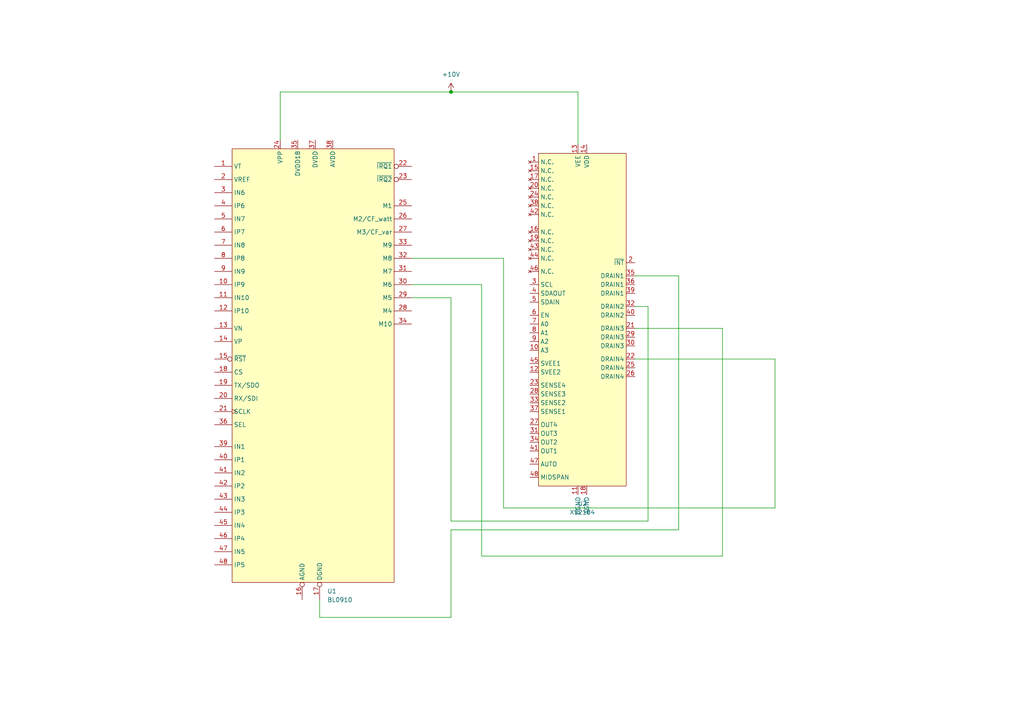
<source format=kicad_sch>
(kicad_sch (version 20231120) (generator "eeschema") (generator_version "8.0")
  (paper "A4")
  (lib_symbols
    (symbol "hw-02-lib:BL0910"
      (property "Reference" "U" (at 44.196 7.112 0))
      (property "Value" "BL0910" (at 46.99 4.318 0))
      (symbol "BL0910_1_1"
        (rectangle (start -2.54 2.54) (end 44.45 -123.19) (fill (type background)))
        (pin input line (at -7.62 -2.54 0) (length 5.08) (name "VT") (number "1"))
        (pin input line (at -7.62 -36.83 0) (length 5.08) (name "IP9") (number "10"))
        (pin input line (at -7.62 -40.64 0) (length 5.08) (name "IN10") (number "11"))
        (pin input line (at -7.62 -44.45 0) (length 5.08) (name "IP10") (number "12"))
        (pin input line (at -7.62 -49.53 0) (length 5.08) (name "VN") (number "13"))
        (pin input line (at -7.62 -53.34 0) (length 5.08) (name "VP") (number "14"))
        (pin input inverted (at -7.62 -58.42 0) (length 5.08) (name "~{RST}") (number "15"))
        (pin power_in inverted (at 17.78 -128.27 90) (length 5.08) (name "AGND") (number "16"))
        (pin power_in inverted (at 22.86 -128.27 90) (length 5.08) (name "DGND") (number "17"))
        (pin input line (at -7.62 -62.23 0) (length 5.08) (name "CS") (number "18"))
        (pin output line (at -7.62 -66.04 0) (length 5.08) (name "TX/SDO") (number "19"))
        (pin input line (at -7.62 -6.35 0) (length 5.08) (name "VREF") (number "2"))
        (pin input line (at -7.62 -69.85 0) (length 5.08) (name "RX/SDI") (number "20"))
        (pin input clock (at -7.62 -73.66 0) (length 5.08) (name "SCLK") (number "21"))
        (pin output inverted (at 49.53 -2.54 180) (length 5.08) (name "~{IRQ1}") (number "22"))
        (pin output inverted (at 49.53 -6.35 180) (length 5.08) (name "~{IRQ2}") (number "23"))
        (pin power_in line (at 11.43 5.08 270) (length 2.54) (name "VPP") (number "24"))
        (pin output line (at 49.53 -13.97 180) (length 5.08) (name "M1") (number "25"))
        (pin output line (at 49.53 -17.78 180) (length 5.08) (name "M2/CF_watt") (number "26"))
        (pin output line (at 49.53 -21.59 180) (length 5.08) (name "M3/CF_var") (number "27"))
        (pin output line (at 49.53 -44.45 180) (length 5.08) (name "M4") (number "28"))
        (pin output line (at 49.53 -40.64 180) (length 5.08) (name "M5") (number "29"))
        (pin input line (at -7.62 -10.16 0) (length 5.08) (name "IN6") (number "3"))
        (pin output line (at 49.53 -36.83 180) (length 5.08) (name "M6") (number "30"))
        (pin output line (at 49.53 -33.02 180) (length 5.08) (name "M7") (number "31"))
        (pin output line (at 49.53 -29.21 180) (length 5.08) (name "M8") (number "32"))
        (pin output line (at 49.53 -25.4 180) (length 5.08) (name "M9") (number "33"))
        (pin output line (at 49.53 -48.26 180) (length 5.08) (name "M10") (number "34"))
        (pin bidirectional line (at 16.51 5.08 270) (length 2.54) (name "DVDD18") (number "35"))
        (pin input line (at -7.62 -77.47 0) (length 5.08) (name "SEL") (number "36"))
        (pin power_in line (at 21.59 5.08 270) (length 2.54) (name "DVDD") (number "37"))
        (pin power_in line (at 26.67 5.08 270) (length 2.54) (name "AVDD") (number "38"))
        (pin input line (at -7.62 -83.82 0) (length 5.08) (name "IN1") (number "39"))
        (pin input line (at -7.62 -13.97 0) (length 5.08) (name "IP6") (number "4"))
        (pin input line (at -7.62 -87.63 0) (length 5.08) (name "IP1") (number "40"))
        (pin input line (at -7.62 -91.44 0) (length 5.08) (name "IN2") (number "41"))
        (pin input line (at -7.62 -95.25 0) (length 5.08) (name "IP2") (number "42"))
        (pin input line (at -7.62 -99.06 0) (length 5.08) (name "IN3") (number "43"))
        (pin input line (at -7.62 -102.87 0) (length 5.08) (name "IP3") (number "44"))
        (pin input line (at -7.62 -106.68 0) (length 5.08) (name "IN4") (number "45"))
        (pin input line (at -7.62 -110.49 0) (length 5.08) (name "IP4") (number "46"))
        (pin input line (at -7.62 -114.3 0) (length 5.08) (name "IN5") (number "47"))
        (pin input line (at -7.62 -118.11 0) (length 5.08) (name "IP5") (number "48"))
        (pin input line (at -7.62 -17.78 0) (length 5.08) (name "IN7") (number "5"))
        (pin input line (at -7.62 -21.59 0) (length 5.08) (name "IP7") (number "6"))
        (pin input line (at -7.62 -25.4 0) (length 5.08) (name "IN8") (number "7"))
        (pin input line (at -7.62 -29.21 0) (length 5.08) (name "IP8") (number "8"))
        (pin input line (at -7.62 -33.02 0) (length 5.08) (name "IN9") (number "9"))
      )
    )
    (symbol "hw-02-lib:XS2184"
      (property "Reference" "U" (at -11.43 53.848 0))
      (property "Value" "XS2184" (at 8.382 49.784 0))
      (symbol "XS2184_1_1"
        (rectangle (start -12.7 48.26) (end 12.7 -48.26) (fill (type background)))
        (pin no_connect line (at -15.24 45.72 0) (length 2.54) (name "N.C.") (number "1"))
        (pin input line (at -15.24 -8.89 0) (length 2.54) (name "A3") (number "10"))
        (pin power_in line (at -1.27 -48.26 270) (length 2.54) (name "DGND") (number "11"))
        (pin input line (at -15.24 -15.24 0) (length 2.54) (name "SVEE2") (number "12"))
        (pin power_in line (at -1.27 50.8 270) (length 2.54) (name "VEE") (number "13"))
        (pin power_in line (at 1.27 50.8 270) (length 2.54) (name "VDD") (number "14"))
        (pin no_connect line (at -15.24 43.18 0) (length 2.54) (name "N.C.") (number "15"))
        (pin no_connect line (at -15.24 25.4 0) (length 2.54) (name "N.C.") (number "16"))
        (pin no_connect line (at -15.24 40.64 0) (length 2.54) (name "N.C.") (number "17"))
        (pin power_in line (at 1.27 -48.26 270) (length 2.54) (name "AGND") (number "18"))
        (pin no_connect line (at -15.24 22.86 0) (length 2.54) (name "N.C.") (number "19"))
        (pin output line (at 15.24 16.51 180) (length 2.54) (name "~{INT}") (number "2"))
        (pin no_connect line (at -15.24 38.1 0) (length 2.54) (name "N.C.") (number "20"))
        (pin output line (at 15.24 -2.54 180) (length 2.54) (name "DRAIN3") (number "21"))
        (pin output line (at 15.24 -11.43 180) (length 2.54) (name "DRAIN4") (number "22"))
        (pin input line (at -15.24 -19.05 0) (length 2.54) (name "SENSE4") (number "23"))
        (pin no_connect line (at -15.24 35.56 0) (length 2.54) (name "N.C.") (number "24"))
        (pin output line (at 15.24 -13.97 180) (length 2.54) (name "DRAIN4") (number "25"))
        (pin output line (at 15.24 -16.51 180) (length 2.54) (name "DRAIN4") (number "26"))
        (pin input line (at -15.24 -30.48 0) (length 2.54) (name "OUT4") (number "27"))
        (pin input line (at -15.24 -21.59 0) (length 2.54) (name "SENSE3") (number "28"))
        (pin output line (at 15.24 -5.08 180) (length 2.54) (name "DRAIN3") (number "29"))
        (pin input line (at -15.24 10.16 0) (length 2.54) (name "SCL") (number "3"))
        (pin output line (at 15.24 -7.62 180) (length 2.54) (name "DRAIN3") (number "30"))
        (pin input line (at -15.24 -33.02 0) (length 2.54) (name "OUT3") (number "31"))
        (pin output line (at 15.24 3.81 180) (length 2.54) (name "DRAIN2") (number "32"))
        (pin input line (at -15.24 -24.13 0) (length 2.54) (name "SENSE2") (number "33"))
        (pin input line (at -15.24 -35.56 0) (length 2.54) (name "OUT2") (number "34"))
        (pin output line (at 15.24 12.7 180) (length 2.54) (name "DRAIN1") (number "35"))
        (pin output line (at 15.24 10.16 180) (length 2.54) (name "DRAIN1") (number "36"))
        (pin input line (at -15.24 -26.67 0) (length 2.54) (name "SENSE1") (number "37"))
        (pin no_connect line (at -15.24 33.02 0) (length 2.54) (name "N.C.") (number "38"))
        (pin output line (at 15.24 7.62 180) (length 2.54) (name "DRAIN1") (number "39"))
        (pin output line (at -15.24 7.62 0) (length 2.54) (name "SDAOUT") (number "4"))
        (pin output line (at 15.24 1.27 180) (length 2.54) (name "DRAIN2") (number "40"))
        (pin input line (at -15.24 -38.1 0) (length 2.54) (name "OUT1") (number "41"))
        (pin no_connect line (at -15.24 30.48 0) (length 2.54) (name "N.C.") (number "42"))
        (pin no_connect line (at -15.24 20.32 0) (length 2.54) (name "N.C.") (number "43"))
        (pin no_connect line (at -15.24 17.78 0) (length 2.54) (name "N.C.") (number "44"))
        (pin input line (at -15.24 -12.7 0) (length 2.54) (name "SVEE1") (number "45"))
        (pin no_connect line (at -15.24 13.97 0) (length 2.54) (name "N.C.") (number "46"))
        (pin input line (at -15.24 -41.91 0) (length 2.54) (name "AUTO") (number "47"))
        (pin input line (at -15.24 -45.72 0) (length 2.54) (name "MIDSPAN") (number "48"))
        (pin input line (at -15.24 5.08 0) (length 2.54) (name "SDAIN") (number "5"))
        (pin input line (at -15.24 1.27 0) (length 2.54) (name "EN") (number "6"))
        (pin input line (at -15.24 -1.27 0) (length 2.54) (name "A0") (number "7"))
        (pin input line (at -15.24 -3.81 0) (length 2.54) (name "A1") (number "8"))
        (pin input line (at -15.24 -6.35 0) (length 2.54) (name "A2") (number "9"))
      )
    )
    (symbol "power:+10V" (power) (pin_numbers hide) (pin_names (offset 0) hide)
      (property "Value" "+10V" (at 0 3.556 0))
      (symbol "+10V_0_1"
        (polyline (pts (xy -0.762 1.27) (xy 0 2.54)))
        (polyline (pts (xy 0 0) (xy 0 2.54)))
        (polyline (pts (xy 0 2.54) (xy 0.762 1.27)))
      )
      (symbol "+10V_1_1"
        (pin power_in line (at 0 0 90) (length 0) (name "~") (number "1"))
      )
    )
  )
  (junction (at 130.81 26.67))
  (wire (pts (xy 196.85 80.01) (xy 196.85 153.67)))
  (wire (pts (xy 167.64 26.67) (xy 167.64 41.91)))
  (wire (pts (xy 146.05 74.93) (xy 119.38 74.93)))
  (wire (pts (xy 139.7 161.29) (xy 139.7 82.55)))
  (wire (pts (xy 184.15 80.01) (xy 196.85 80.01)))
  (wire (pts (xy 187.96 88.9) (xy 187.96 151.13)))
  (wire (pts (xy 130.81 151.13) (xy 130.81 86.36)))
  (wire (pts (xy 224.79 147.32) (xy 146.05 147.32)))
  (wire (pts (xy 130.81 86.36) (xy 119.38 86.36)))
  (wire (pts (xy 187.96 151.13) (xy 130.81 151.13)))
  (wire (pts (xy 146.05 147.32) (xy 146.05 74.93)))
  (wire (pts (xy 130.81 179.07) (xy 92.71 179.07)))
  (wire (pts (xy 209.55 161.29) (xy 139.7 161.29)))
  (wire (pts (xy 184.15 95.25) (xy 209.55 95.25)))
  (wire (pts (xy 209.55 95.25) (xy 209.55 161.29)))
  (wire (pts (xy 130.81 153.67) (xy 130.81 179.07)))
  (wire (pts (xy 196.85 153.67) (xy 130.81 153.67)))
  (wire (pts (xy 81.28 26.67) (xy 81.28 40.64)))
  (wire (pts (xy 184.15 88.9) (xy 187.96 88.9)))
  (wire (pts (xy 92.71 179.07) (xy 92.71 173.99)))
  (wire (pts (xy 224.79 104.14) (xy 224.79 147.32)))
  (wire (pts (xy 130.81 26.67) (xy 167.64 26.67)))
  (wire (pts (xy 139.7 82.55) (xy 119.38 82.55)))
  (wire (pts (xy 130.81 26.67) (xy 81.28 26.67)))
  (wire (pts (xy 184.15 104.14) (xy 224.79 104.14)))
  (symbol (lib_id "hw-02-lib:BL0910") (at 69.85 45.72 0) (unit 1)
    (property "Reference" "U1" (at 94.9041 171.45 0) (effects (justify left)))
    (property "Value" "BL0910" (at 94.9041 173.99 0) (effects (justify left)))
    (property "Footprint" "hw-02-footprint-prj:My_LQFP48" (effects (hide yes)))
    (property "Datasheet" "https://www.compel.ru/item-pdf/5ba3245acc89f7213ea0cc7e9a0b8c0e/pn/cn-bell~bl0910.pdf" (effects (hide yes)))
    (property "Description" "Ten phase energy measuring chip" (effects (hide yes)))
  )
  (symbol (lib_id "hw-02-lib:XS2184") (at 168.91 92.71 0) (unit 1)
    (property "Reference" "U2" (at 168.91 146.05 0))
    (property "Value" "XS2184" (at 168.91 148.59 0))
    (property "Footprint" "hw-02-footprint-prj:My_QFN48L" (effects (hide yes)))
  )
  (symbol (lib_id "power:+10V") (at 130.81 26.67 0) (unit 1)
    (property "Reference" "#PWR01" (effects (hide yes)))
    (property "Value" "+10V" (at 130.81 21.59 0))
    (property "Description" "Power symbol creates a global label with name \"+10V\"" (effects (hide yes)))
  )
)
</source>
